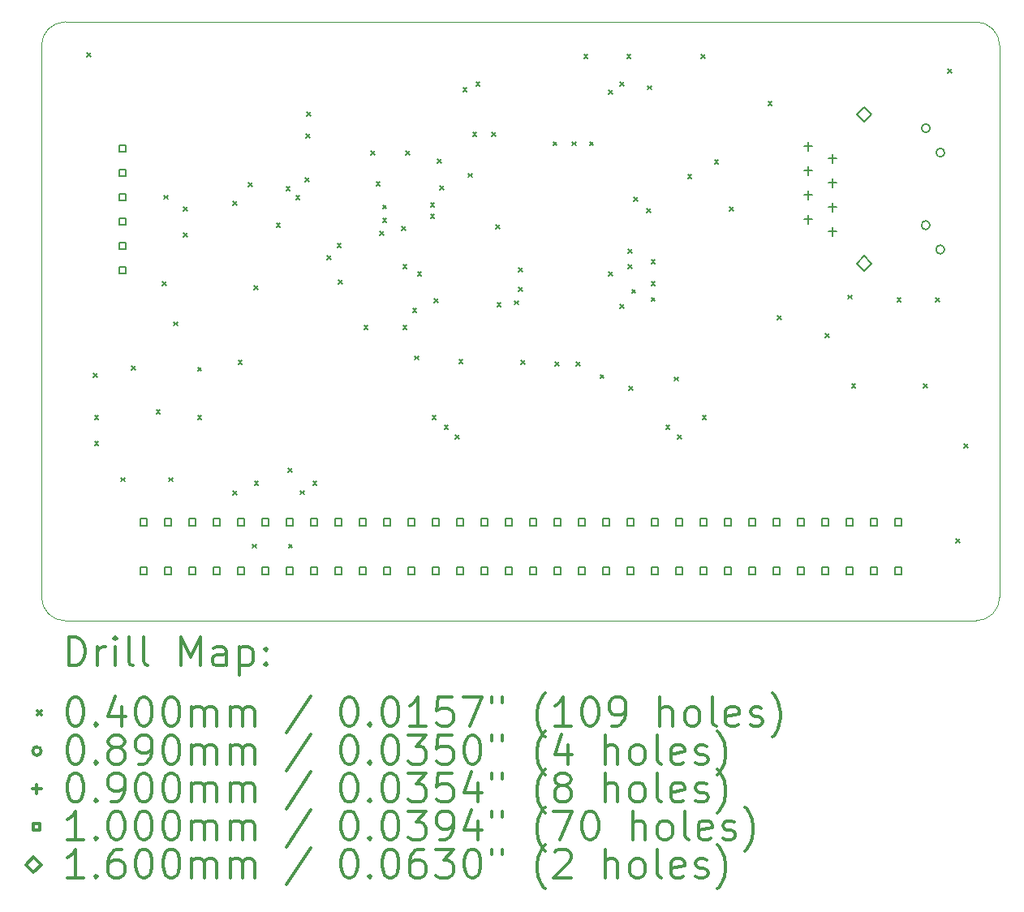
<source format=gbr>
%FSLAX45Y45*%
G04 Gerber Fmt 4.5, Leading zero omitted, Abs format (unit mm)*
G04 Created by KiCad (PCBNEW (5.1.10)-1) date 2021-07-30 10:28:12*
%MOMM*%
%LPD*%
G01*
G04 APERTURE LIST*
%TA.AperFunction,Profile*%
%ADD10C,0.050000*%
%TD*%
%ADD11C,0.200000*%
%ADD12C,0.300000*%
G04 APERTURE END LIST*
D10*
X10000000Y-9000000D02*
G75*
G02*
X10250000Y-8750000I250000J0D01*
G01*
X19750000Y-8750000D02*
G75*
G02*
X20000000Y-9000000I0J-250000D01*
G01*
X20000000Y-14750000D02*
G75*
G02*
X19750000Y-15000000I-250000J0D01*
G01*
X10250000Y-15000000D02*
G75*
G02*
X10000000Y-14750000I0J250000D01*
G01*
X10000000Y-9000000D02*
X10000000Y-14750000D01*
X19750000Y-8750000D02*
X10250000Y-8750000D01*
X20000000Y-14750000D02*
X20000000Y-9000000D01*
X19750000Y-15000000D02*
X10250000Y-15000000D01*
D11*
X10476550Y-9073200D02*
X10516550Y-9113200D01*
X10516550Y-9073200D02*
X10476550Y-9113200D01*
X10540000Y-12420000D02*
X10580000Y-12460000D01*
X10580000Y-12420000D02*
X10540000Y-12460000D01*
X10555000Y-12855000D02*
X10595000Y-12895000D01*
X10595000Y-12855000D02*
X10555000Y-12895000D01*
X10555000Y-13130000D02*
X10595000Y-13170000D01*
X10595000Y-13130000D02*
X10555000Y-13170000D01*
X10830000Y-13505000D02*
X10870000Y-13545000D01*
X10870000Y-13505000D02*
X10830000Y-13545000D01*
X10940000Y-12340000D02*
X10980000Y-12380000D01*
X10980000Y-12340000D02*
X10940000Y-12380000D01*
X11200000Y-12800000D02*
X11240000Y-12840000D01*
X11240000Y-12800000D02*
X11200000Y-12840000D01*
X11260000Y-11460000D02*
X11300000Y-11500000D01*
X11300000Y-11460000D02*
X11260000Y-11500000D01*
X11280000Y-10560000D02*
X11320000Y-10600000D01*
X11320000Y-10560000D02*
X11280000Y-10600000D01*
X11330000Y-13505000D02*
X11370000Y-13545000D01*
X11370000Y-13505000D02*
X11330000Y-13545000D01*
X11380000Y-11880000D02*
X11420000Y-11920000D01*
X11420000Y-11880000D02*
X11380000Y-11920000D01*
X11480000Y-10680000D02*
X11520000Y-10720000D01*
X11520000Y-10680000D02*
X11480000Y-10720000D01*
X11480000Y-10955000D02*
X11520000Y-10995000D01*
X11520000Y-10955000D02*
X11480000Y-10995000D01*
X11630000Y-12355000D02*
X11670000Y-12395000D01*
X11670000Y-12355000D02*
X11630000Y-12395000D01*
X11630000Y-12855000D02*
X11670000Y-12895000D01*
X11670000Y-12855000D02*
X11630000Y-12895000D01*
X11999999Y-13645200D02*
X12039999Y-13685200D01*
X12039999Y-13645200D02*
X11999999Y-13685200D01*
X12000000Y-10620000D02*
X12040000Y-10660000D01*
X12040000Y-10620000D02*
X12000000Y-10660000D01*
X12055000Y-12280000D02*
X12095000Y-12320000D01*
X12095000Y-12280000D02*
X12055000Y-12320000D01*
X12159300Y-10425750D02*
X12199300Y-10465750D01*
X12199300Y-10425750D02*
X12159300Y-10465750D01*
X12200000Y-14200000D02*
X12240000Y-14240000D01*
X12240000Y-14200000D02*
X12200000Y-14240000D01*
X12220000Y-11500000D02*
X12260000Y-11540000D01*
X12260000Y-11500000D02*
X12220000Y-11540000D01*
X12222800Y-13543600D02*
X12262800Y-13583600D01*
X12262800Y-13543600D02*
X12222800Y-13583600D01*
X12451400Y-10851200D02*
X12491400Y-10891200D01*
X12491400Y-10851200D02*
X12451400Y-10891200D01*
X12553000Y-10470200D02*
X12593000Y-10510200D01*
X12593000Y-10470200D02*
X12553000Y-10510200D01*
X12572800Y-13411000D02*
X12612800Y-13451000D01*
X12612800Y-13411000D02*
X12572800Y-13451000D01*
X12580000Y-14200000D02*
X12620000Y-14240000D01*
X12620000Y-14200000D02*
X12580000Y-14240000D01*
X12654600Y-10565450D02*
X12694600Y-10605450D01*
X12694600Y-10565450D02*
X12654600Y-10605450D01*
X12700000Y-13639800D02*
X12740000Y-13679800D01*
X12740000Y-13639800D02*
X12700000Y-13679800D01*
X12749850Y-10374950D02*
X12789850Y-10414950D01*
X12789850Y-10374950D02*
X12749850Y-10414950D01*
X12760000Y-9920000D02*
X12800000Y-9960000D01*
X12800000Y-9920000D02*
X12760000Y-9960000D01*
X12768900Y-9689150D02*
X12808900Y-9729150D01*
X12808900Y-9689150D02*
X12768900Y-9729150D01*
X12832400Y-13543600D02*
X12872400Y-13583600D01*
X12872400Y-13543600D02*
X12832400Y-13583600D01*
X12978450Y-11187750D02*
X13018450Y-11227750D01*
X13018450Y-11187750D02*
X12978450Y-11227750D01*
X13086400Y-11060750D02*
X13126400Y-11100750D01*
X13126400Y-11060750D02*
X13086400Y-11100750D01*
X13099100Y-11441750D02*
X13139100Y-11481750D01*
X13139100Y-11441750D02*
X13099100Y-11481750D01*
X13365800Y-11918000D02*
X13405800Y-11958000D01*
X13405800Y-11918000D02*
X13365800Y-11958000D01*
X13440000Y-10100000D02*
X13480000Y-10140000D01*
X13480000Y-10100000D02*
X13440000Y-10140000D01*
X13492800Y-10419400D02*
X13532800Y-10459400D01*
X13532800Y-10419400D02*
X13492800Y-10459400D01*
X13530050Y-10932900D02*
X13570050Y-10972900D01*
X13570050Y-10932900D02*
X13530050Y-10972900D01*
X13560000Y-10660000D02*
X13600000Y-10700000D01*
X13600000Y-10660000D02*
X13560000Y-10700000D01*
X13560000Y-10800000D02*
X13600000Y-10840000D01*
X13600000Y-10800000D02*
X13560000Y-10840000D01*
X13759500Y-10882950D02*
X13799500Y-10922950D01*
X13799500Y-10882950D02*
X13759500Y-10922950D01*
X13772200Y-11283000D02*
X13812200Y-11323000D01*
X13812200Y-11283000D02*
X13772200Y-11323000D01*
X13772200Y-11918000D02*
X13812200Y-11958000D01*
X13812200Y-11918000D02*
X13772200Y-11958000D01*
X13800000Y-10100000D02*
X13840000Y-10140000D01*
X13840000Y-10100000D02*
X13800000Y-10140000D01*
X13873800Y-11740200D02*
X13913800Y-11780200D01*
X13913800Y-11740200D02*
X13873800Y-11780200D01*
X13892850Y-12235500D02*
X13932850Y-12275500D01*
X13932850Y-12235500D02*
X13892850Y-12275500D01*
X13924600Y-11359200D02*
X13964600Y-11399200D01*
X13964600Y-11359200D02*
X13924600Y-11399200D01*
X14060000Y-10640000D02*
X14100000Y-10680000D01*
X14100000Y-10640000D02*
X14060000Y-10680000D01*
X14060000Y-10760000D02*
X14100000Y-10800000D01*
X14100000Y-10760000D02*
X14060000Y-10800000D01*
X14077000Y-12857800D02*
X14117000Y-12897800D01*
X14117000Y-12857800D02*
X14077000Y-12897800D01*
X14100000Y-11640000D02*
X14140000Y-11680000D01*
X14140000Y-11640000D02*
X14100000Y-11680000D01*
X14130000Y-10180000D02*
X14170000Y-10220000D01*
X14170000Y-10180000D02*
X14130000Y-10220000D01*
X14160000Y-10460000D02*
X14200000Y-10500000D01*
X14200000Y-10460000D02*
X14160000Y-10500000D01*
X14204000Y-12959400D02*
X14244000Y-12999400D01*
X14244000Y-12959400D02*
X14204000Y-12999400D01*
X14320000Y-13060000D02*
X14360000Y-13100000D01*
X14360000Y-13060000D02*
X14320000Y-13100000D01*
X14356400Y-12273600D02*
X14396400Y-12313600D01*
X14396400Y-12273600D02*
X14356400Y-12313600D01*
X14399350Y-9440000D02*
X14439350Y-9480000D01*
X14439350Y-9440000D02*
X14399350Y-9480000D01*
X14455000Y-10330000D02*
X14495000Y-10370000D01*
X14495000Y-10330000D02*
X14455000Y-10370000D01*
X14500000Y-9900000D02*
X14540000Y-9940000D01*
X14540000Y-9900000D02*
X14500000Y-9940000D01*
X14534200Y-9378000D02*
X14574200Y-9418000D01*
X14574200Y-9378000D02*
X14534200Y-9418000D01*
X14700000Y-9900000D02*
X14740000Y-9940000D01*
X14740000Y-9900000D02*
X14700000Y-9940000D01*
X14743750Y-10870250D02*
X14783750Y-10910250D01*
X14783750Y-10870250D02*
X14743750Y-10910250D01*
X14755000Y-11680000D02*
X14795000Y-11720000D01*
X14795000Y-11680000D02*
X14755000Y-11720000D01*
X14940000Y-11660000D02*
X14980000Y-11700000D01*
X14980000Y-11660000D02*
X14940000Y-11700000D01*
X14978700Y-11314750D02*
X15018700Y-11354750D01*
X15018700Y-11314750D02*
X14978700Y-11354750D01*
X14980000Y-11520000D02*
X15020000Y-11560000D01*
X15020000Y-11520000D02*
X14980000Y-11560000D01*
X15005000Y-12280000D02*
X15045000Y-12320000D01*
X15045000Y-12280000D02*
X15005000Y-12320000D01*
X15340000Y-10000000D02*
X15380000Y-10040000D01*
X15380000Y-10000000D02*
X15340000Y-10040000D01*
X15360000Y-12300000D02*
X15400000Y-12340000D01*
X15400000Y-12300000D02*
X15360000Y-12340000D01*
X15540000Y-10000000D02*
X15580000Y-10040000D01*
X15580000Y-10000000D02*
X15540000Y-10040000D01*
X15580000Y-12300000D02*
X15620000Y-12340000D01*
X15620000Y-12300000D02*
X15580000Y-12340000D01*
X15660000Y-9090000D02*
X15700000Y-9130000D01*
X15700000Y-9090000D02*
X15660000Y-9130000D01*
X15720000Y-10000000D02*
X15760000Y-10040000D01*
X15760000Y-10000000D02*
X15720000Y-10040000D01*
X15830000Y-12430000D02*
X15870000Y-12470000D01*
X15870000Y-12430000D02*
X15830000Y-12470000D01*
X15920000Y-9460000D02*
X15960000Y-9500000D01*
X15960000Y-9460000D02*
X15920000Y-9500000D01*
X15920000Y-11359999D02*
X15960000Y-11399999D01*
X15960000Y-11359999D02*
X15920000Y-11399999D01*
X16040000Y-9380000D02*
X16080000Y-9420000D01*
X16080000Y-9380000D02*
X16040000Y-9420000D01*
X16040000Y-11700000D02*
X16080000Y-11740000D01*
X16080000Y-11700000D02*
X16040000Y-11740000D01*
X16110000Y-9090000D02*
X16150000Y-9130000D01*
X16150000Y-9090000D02*
X16110000Y-9130000D01*
X16120000Y-11120000D02*
X16160000Y-11160000D01*
X16160000Y-11120000D02*
X16120000Y-11160000D01*
X16120000Y-11280000D02*
X16160000Y-11320000D01*
X16160000Y-11280000D02*
X16120000Y-11320000D01*
X16130000Y-12555000D02*
X16170000Y-12595000D01*
X16170000Y-12555000D02*
X16130000Y-12595000D01*
X16160000Y-11540000D02*
X16200000Y-11580000D01*
X16200000Y-11540000D02*
X16160000Y-11580000D01*
X16180000Y-10580000D02*
X16220000Y-10620000D01*
X16220000Y-10580000D02*
X16180000Y-10620000D01*
X16320000Y-10700000D02*
X16360000Y-10740000D01*
X16360000Y-10700000D02*
X16320000Y-10740000D01*
X16324900Y-9416100D02*
X16364900Y-9456100D01*
X16364900Y-9416100D02*
X16324900Y-9456100D01*
X16363000Y-11232200D02*
X16403000Y-11272200D01*
X16403000Y-11232200D02*
X16363000Y-11272200D01*
X16363000Y-11460800D02*
X16403000Y-11500800D01*
X16403000Y-11460800D02*
X16363000Y-11500800D01*
X16363000Y-11625900D02*
X16403000Y-11665900D01*
X16403000Y-11625900D02*
X16363000Y-11665900D01*
X16515400Y-12959399D02*
X16555400Y-12999399D01*
X16555400Y-12959399D02*
X16515400Y-12999399D01*
X16605000Y-12455000D02*
X16645000Y-12495000D01*
X16645000Y-12455000D02*
X16605000Y-12495000D01*
X16640000Y-13060000D02*
X16680000Y-13100000D01*
X16680000Y-13060000D02*
X16640000Y-13100000D01*
X16744000Y-10343200D02*
X16784000Y-10383200D01*
X16784000Y-10343200D02*
X16744000Y-10383200D01*
X16885000Y-9090000D02*
X16925000Y-9130000D01*
X16925000Y-9090000D02*
X16885000Y-9130000D01*
X16896391Y-12857800D02*
X16936391Y-12897800D01*
X16936391Y-12857800D02*
X16896391Y-12897800D01*
X17023400Y-10190800D02*
X17063400Y-10230800D01*
X17063400Y-10190800D02*
X17023400Y-10230800D01*
X17180000Y-10680000D02*
X17220000Y-10720000D01*
X17220000Y-10680000D02*
X17180000Y-10720000D01*
X17582200Y-9581200D02*
X17622200Y-9621200D01*
X17622200Y-9581200D02*
X17582200Y-9621200D01*
X17683200Y-11816400D02*
X17723200Y-11856400D01*
X17723200Y-11816400D02*
X17683200Y-11856400D01*
X18180000Y-12000000D02*
X18220000Y-12040000D01*
X18220000Y-12000000D02*
X18180000Y-12040000D01*
X18419800Y-11599800D02*
X18459800Y-11639800D01*
X18459800Y-11599800D02*
X18419800Y-11639800D01*
X18455000Y-12530000D02*
X18495000Y-12570000D01*
X18495000Y-12530000D02*
X18455000Y-12570000D01*
X18930000Y-11630000D02*
X18970000Y-11670000D01*
X18970000Y-11630000D02*
X18930000Y-11670000D01*
X19205000Y-12530000D02*
X19245000Y-12570000D01*
X19245000Y-12530000D02*
X19205000Y-12570000D01*
X19330000Y-11630000D02*
X19370000Y-11670000D01*
X19370000Y-11630000D02*
X19330000Y-11670000D01*
X19460000Y-9240000D02*
X19500000Y-9280000D01*
X19500000Y-9240000D02*
X19460000Y-9280000D01*
X19544350Y-14146850D02*
X19584350Y-14186850D01*
X19584350Y-14146850D02*
X19544350Y-14186850D01*
X19630000Y-13155000D02*
X19670000Y-13195000D01*
X19670000Y-13155000D02*
X19630000Y-13195000D01*
X19272300Y-9860200D02*
G75*
G03*
X19272300Y-9860200I-44500J0D01*
G01*
X19272300Y-10871200D02*
G75*
G03*
X19272300Y-10871200I-44500J0D01*
G01*
X19424300Y-10114200D02*
G75*
G03*
X19424300Y-10114200I-44500J0D01*
G01*
X19424300Y-11125200D02*
G75*
G03*
X19424300Y-11125200I-44500J0D01*
G01*
X18001800Y-10003200D02*
X18001800Y-10093200D01*
X17956800Y-10048200D02*
X18046800Y-10048200D01*
X18001800Y-10257200D02*
X18001800Y-10347200D01*
X17956800Y-10302200D02*
X18046800Y-10302200D01*
X18001800Y-10511200D02*
X18001800Y-10601200D01*
X17956800Y-10556200D02*
X18046800Y-10556200D01*
X18001800Y-10765200D02*
X18001800Y-10855200D01*
X17956800Y-10810200D02*
X18046800Y-10810200D01*
X18255800Y-10130200D02*
X18255800Y-10220200D01*
X18210800Y-10175200D02*
X18300800Y-10175200D01*
X18255800Y-10384200D02*
X18255800Y-10474200D01*
X18210800Y-10429200D02*
X18300800Y-10429200D01*
X18255800Y-10638200D02*
X18255800Y-10728200D01*
X18210800Y-10683200D02*
X18300800Y-10683200D01*
X18255800Y-10892200D02*
X18255800Y-10982200D01*
X18210800Y-10937200D02*
X18300800Y-10937200D01*
X10881156Y-10106456D02*
X10881156Y-10035744D01*
X10810444Y-10035744D01*
X10810444Y-10106456D01*
X10881156Y-10106456D01*
X10881156Y-10360456D02*
X10881156Y-10289744D01*
X10810444Y-10289744D01*
X10810444Y-10360456D01*
X10881156Y-10360456D01*
X10881156Y-10614456D02*
X10881156Y-10543744D01*
X10810444Y-10543744D01*
X10810444Y-10614456D01*
X10881156Y-10614456D01*
X10881156Y-10868456D02*
X10881156Y-10797744D01*
X10810444Y-10797744D01*
X10810444Y-10868456D01*
X10881156Y-10868456D01*
X10881156Y-11122456D02*
X10881156Y-11051744D01*
X10810444Y-11051744D01*
X10810444Y-11122456D01*
X10881156Y-11122456D01*
X10881156Y-11376456D02*
X10881156Y-11305744D01*
X10810444Y-11305744D01*
X10810444Y-11376456D01*
X10881156Y-11376456D01*
X11104156Y-14006156D02*
X11104156Y-13935444D01*
X11033444Y-13935444D01*
X11033444Y-14006156D01*
X11104156Y-14006156D01*
X11104156Y-14514156D02*
X11104156Y-14443444D01*
X11033444Y-14443444D01*
X11033444Y-14514156D01*
X11104156Y-14514156D01*
X11358156Y-14006156D02*
X11358156Y-13935444D01*
X11287444Y-13935444D01*
X11287444Y-14006156D01*
X11358156Y-14006156D01*
X11358156Y-14514156D02*
X11358156Y-14443444D01*
X11287444Y-14443444D01*
X11287444Y-14514156D01*
X11358156Y-14514156D01*
X11612156Y-14006156D02*
X11612156Y-13935444D01*
X11541444Y-13935444D01*
X11541444Y-14006156D01*
X11612156Y-14006156D01*
X11612156Y-14514156D02*
X11612156Y-14443444D01*
X11541444Y-14443444D01*
X11541444Y-14514156D01*
X11612156Y-14514156D01*
X11866156Y-14006156D02*
X11866156Y-13935444D01*
X11795444Y-13935444D01*
X11795444Y-14006156D01*
X11866156Y-14006156D01*
X11866156Y-14514156D02*
X11866156Y-14443444D01*
X11795444Y-14443444D01*
X11795444Y-14514156D01*
X11866156Y-14514156D01*
X12120156Y-14006156D02*
X12120156Y-13935444D01*
X12049444Y-13935444D01*
X12049444Y-14006156D01*
X12120156Y-14006156D01*
X12120156Y-14514156D02*
X12120156Y-14443444D01*
X12049444Y-14443444D01*
X12049444Y-14514156D01*
X12120156Y-14514156D01*
X12374156Y-14006156D02*
X12374156Y-13935444D01*
X12303444Y-13935444D01*
X12303444Y-14006156D01*
X12374156Y-14006156D01*
X12374156Y-14514156D02*
X12374156Y-14443444D01*
X12303444Y-14443444D01*
X12303444Y-14514156D01*
X12374156Y-14514156D01*
X12628156Y-14006156D02*
X12628156Y-13935444D01*
X12557444Y-13935444D01*
X12557444Y-14006156D01*
X12628156Y-14006156D01*
X12628156Y-14514156D02*
X12628156Y-14443444D01*
X12557444Y-14443444D01*
X12557444Y-14514156D01*
X12628156Y-14514156D01*
X12882156Y-14006156D02*
X12882156Y-13935444D01*
X12811444Y-13935444D01*
X12811444Y-14006156D01*
X12882156Y-14006156D01*
X12882156Y-14514156D02*
X12882156Y-14443444D01*
X12811444Y-14443444D01*
X12811444Y-14514156D01*
X12882156Y-14514156D01*
X13136156Y-14006156D02*
X13136156Y-13935444D01*
X13065444Y-13935444D01*
X13065444Y-14006156D01*
X13136156Y-14006156D01*
X13136156Y-14514156D02*
X13136156Y-14443444D01*
X13065444Y-14443444D01*
X13065444Y-14514156D01*
X13136156Y-14514156D01*
X13390156Y-14006156D02*
X13390156Y-13935444D01*
X13319444Y-13935444D01*
X13319444Y-14006156D01*
X13390156Y-14006156D01*
X13390156Y-14514156D02*
X13390156Y-14443444D01*
X13319444Y-14443444D01*
X13319444Y-14514156D01*
X13390156Y-14514156D01*
X13644156Y-14006156D02*
X13644156Y-13935444D01*
X13573444Y-13935444D01*
X13573444Y-14006156D01*
X13644156Y-14006156D01*
X13644156Y-14514156D02*
X13644156Y-14443444D01*
X13573444Y-14443444D01*
X13573444Y-14514156D01*
X13644156Y-14514156D01*
X13898156Y-14006156D02*
X13898156Y-13935444D01*
X13827444Y-13935444D01*
X13827444Y-14006156D01*
X13898156Y-14006156D01*
X13898156Y-14514156D02*
X13898156Y-14443444D01*
X13827444Y-14443444D01*
X13827444Y-14514156D01*
X13898156Y-14514156D01*
X14152156Y-14006156D02*
X14152156Y-13935444D01*
X14081444Y-13935444D01*
X14081444Y-14006156D01*
X14152156Y-14006156D01*
X14152156Y-14514156D02*
X14152156Y-14443444D01*
X14081444Y-14443444D01*
X14081444Y-14514156D01*
X14152156Y-14514156D01*
X14406156Y-14006156D02*
X14406156Y-13935444D01*
X14335444Y-13935444D01*
X14335444Y-14006156D01*
X14406156Y-14006156D01*
X14406156Y-14514156D02*
X14406156Y-14443444D01*
X14335444Y-14443444D01*
X14335444Y-14514156D01*
X14406156Y-14514156D01*
X14660156Y-14006156D02*
X14660156Y-13935444D01*
X14589444Y-13935444D01*
X14589444Y-14006156D01*
X14660156Y-14006156D01*
X14660156Y-14514156D02*
X14660156Y-14443444D01*
X14589444Y-14443444D01*
X14589444Y-14514156D01*
X14660156Y-14514156D01*
X14914156Y-14006156D02*
X14914156Y-13935444D01*
X14843444Y-13935444D01*
X14843444Y-14006156D01*
X14914156Y-14006156D01*
X14914156Y-14514156D02*
X14914156Y-14443444D01*
X14843444Y-14443444D01*
X14843444Y-14514156D01*
X14914156Y-14514156D01*
X15168156Y-14006156D02*
X15168156Y-13935444D01*
X15097444Y-13935444D01*
X15097444Y-14006156D01*
X15168156Y-14006156D01*
X15168156Y-14514156D02*
X15168156Y-14443444D01*
X15097444Y-14443444D01*
X15097444Y-14514156D01*
X15168156Y-14514156D01*
X15422156Y-14006156D02*
X15422156Y-13935444D01*
X15351444Y-13935444D01*
X15351444Y-14006156D01*
X15422156Y-14006156D01*
X15422156Y-14514156D02*
X15422156Y-14443444D01*
X15351444Y-14443444D01*
X15351444Y-14514156D01*
X15422156Y-14514156D01*
X15676156Y-14006156D02*
X15676156Y-13935444D01*
X15605444Y-13935444D01*
X15605444Y-14006156D01*
X15676156Y-14006156D01*
X15676156Y-14514156D02*
X15676156Y-14443444D01*
X15605444Y-14443444D01*
X15605444Y-14514156D01*
X15676156Y-14514156D01*
X15930156Y-14006156D02*
X15930156Y-13935444D01*
X15859444Y-13935444D01*
X15859444Y-14006156D01*
X15930156Y-14006156D01*
X15930156Y-14514156D02*
X15930156Y-14443444D01*
X15859444Y-14443444D01*
X15859444Y-14514156D01*
X15930156Y-14514156D01*
X16184156Y-14006156D02*
X16184156Y-13935444D01*
X16113444Y-13935444D01*
X16113444Y-14006156D01*
X16184156Y-14006156D01*
X16184156Y-14514156D02*
X16184156Y-14443444D01*
X16113444Y-14443444D01*
X16113444Y-14514156D01*
X16184156Y-14514156D01*
X16438156Y-14006156D02*
X16438156Y-13935444D01*
X16367444Y-13935444D01*
X16367444Y-14006156D01*
X16438156Y-14006156D01*
X16438156Y-14514156D02*
X16438156Y-14443444D01*
X16367444Y-14443444D01*
X16367444Y-14514156D01*
X16438156Y-14514156D01*
X16692156Y-14006156D02*
X16692156Y-13935444D01*
X16621444Y-13935444D01*
X16621444Y-14006156D01*
X16692156Y-14006156D01*
X16692156Y-14514156D02*
X16692156Y-14443444D01*
X16621444Y-14443444D01*
X16621444Y-14514156D01*
X16692156Y-14514156D01*
X16946156Y-14006156D02*
X16946156Y-13935444D01*
X16875444Y-13935444D01*
X16875444Y-14006156D01*
X16946156Y-14006156D01*
X16946156Y-14514156D02*
X16946156Y-14443444D01*
X16875444Y-14443444D01*
X16875444Y-14514156D01*
X16946156Y-14514156D01*
X17200156Y-14006156D02*
X17200156Y-13935444D01*
X17129444Y-13935444D01*
X17129444Y-14006156D01*
X17200156Y-14006156D01*
X17200156Y-14514156D02*
X17200156Y-14443444D01*
X17129444Y-14443444D01*
X17129444Y-14514156D01*
X17200156Y-14514156D01*
X17454156Y-14006156D02*
X17454156Y-13935444D01*
X17383444Y-13935444D01*
X17383444Y-14006156D01*
X17454156Y-14006156D01*
X17454156Y-14514156D02*
X17454156Y-14443444D01*
X17383444Y-14443444D01*
X17383444Y-14514156D01*
X17454156Y-14514156D01*
X17708156Y-14006156D02*
X17708156Y-13935444D01*
X17637444Y-13935444D01*
X17637444Y-14006156D01*
X17708156Y-14006156D01*
X17708156Y-14514156D02*
X17708156Y-14443444D01*
X17637444Y-14443444D01*
X17637444Y-14514156D01*
X17708156Y-14514156D01*
X17962156Y-14006156D02*
X17962156Y-13935444D01*
X17891444Y-13935444D01*
X17891444Y-14006156D01*
X17962156Y-14006156D01*
X17962156Y-14514156D02*
X17962156Y-14443444D01*
X17891444Y-14443444D01*
X17891444Y-14514156D01*
X17962156Y-14514156D01*
X18216156Y-14006156D02*
X18216156Y-13935444D01*
X18145444Y-13935444D01*
X18145444Y-14006156D01*
X18216156Y-14006156D01*
X18216156Y-14514156D02*
X18216156Y-14443444D01*
X18145444Y-14443444D01*
X18145444Y-14514156D01*
X18216156Y-14514156D01*
X18470156Y-14006156D02*
X18470156Y-13935444D01*
X18399444Y-13935444D01*
X18399444Y-14006156D01*
X18470156Y-14006156D01*
X18470156Y-14514156D02*
X18470156Y-14443444D01*
X18399444Y-14443444D01*
X18399444Y-14514156D01*
X18470156Y-14514156D01*
X18724156Y-14006156D02*
X18724156Y-13935444D01*
X18653444Y-13935444D01*
X18653444Y-14006156D01*
X18724156Y-14006156D01*
X18724156Y-14514156D02*
X18724156Y-14443444D01*
X18653444Y-14443444D01*
X18653444Y-14514156D01*
X18724156Y-14514156D01*
X18978156Y-14006156D02*
X18978156Y-13935444D01*
X18907444Y-13935444D01*
X18907444Y-14006156D01*
X18978156Y-14006156D01*
X18978156Y-14514156D02*
X18978156Y-14443444D01*
X18907444Y-14443444D01*
X18907444Y-14514156D01*
X18978156Y-14514156D01*
X18584800Y-9795200D02*
X18664800Y-9715200D01*
X18584800Y-9635200D01*
X18504800Y-9715200D01*
X18584800Y-9795200D01*
X18584800Y-11350200D02*
X18664800Y-11270200D01*
X18584800Y-11190200D01*
X18504800Y-11270200D01*
X18584800Y-11350200D01*
D12*
X10283928Y-15468214D02*
X10283928Y-15168214D01*
X10355357Y-15168214D01*
X10398214Y-15182500D01*
X10426786Y-15211071D01*
X10441071Y-15239643D01*
X10455357Y-15296786D01*
X10455357Y-15339643D01*
X10441071Y-15396786D01*
X10426786Y-15425357D01*
X10398214Y-15453929D01*
X10355357Y-15468214D01*
X10283928Y-15468214D01*
X10583928Y-15468214D02*
X10583928Y-15268214D01*
X10583928Y-15325357D02*
X10598214Y-15296786D01*
X10612500Y-15282500D01*
X10641071Y-15268214D01*
X10669643Y-15268214D01*
X10769643Y-15468214D02*
X10769643Y-15268214D01*
X10769643Y-15168214D02*
X10755357Y-15182500D01*
X10769643Y-15196786D01*
X10783928Y-15182500D01*
X10769643Y-15168214D01*
X10769643Y-15196786D01*
X10955357Y-15468214D02*
X10926786Y-15453929D01*
X10912500Y-15425357D01*
X10912500Y-15168214D01*
X11112500Y-15468214D02*
X11083928Y-15453929D01*
X11069643Y-15425357D01*
X11069643Y-15168214D01*
X11455357Y-15468214D02*
X11455357Y-15168214D01*
X11555357Y-15382500D01*
X11655357Y-15168214D01*
X11655357Y-15468214D01*
X11926786Y-15468214D02*
X11926786Y-15311071D01*
X11912500Y-15282500D01*
X11883928Y-15268214D01*
X11826786Y-15268214D01*
X11798214Y-15282500D01*
X11926786Y-15453929D02*
X11898214Y-15468214D01*
X11826786Y-15468214D01*
X11798214Y-15453929D01*
X11783928Y-15425357D01*
X11783928Y-15396786D01*
X11798214Y-15368214D01*
X11826786Y-15353929D01*
X11898214Y-15353929D01*
X11926786Y-15339643D01*
X12069643Y-15268214D02*
X12069643Y-15568214D01*
X12069643Y-15282500D02*
X12098214Y-15268214D01*
X12155357Y-15268214D01*
X12183928Y-15282500D01*
X12198214Y-15296786D01*
X12212500Y-15325357D01*
X12212500Y-15411071D01*
X12198214Y-15439643D01*
X12183928Y-15453929D01*
X12155357Y-15468214D01*
X12098214Y-15468214D01*
X12069643Y-15453929D01*
X12341071Y-15439643D02*
X12355357Y-15453929D01*
X12341071Y-15468214D01*
X12326786Y-15453929D01*
X12341071Y-15439643D01*
X12341071Y-15468214D01*
X12341071Y-15282500D02*
X12355357Y-15296786D01*
X12341071Y-15311071D01*
X12326786Y-15296786D01*
X12341071Y-15282500D01*
X12341071Y-15311071D01*
X9957500Y-15942500D02*
X9997500Y-15982500D01*
X9997500Y-15942500D02*
X9957500Y-15982500D01*
X10341071Y-15798214D02*
X10369643Y-15798214D01*
X10398214Y-15812500D01*
X10412500Y-15826786D01*
X10426786Y-15855357D01*
X10441071Y-15912500D01*
X10441071Y-15983929D01*
X10426786Y-16041071D01*
X10412500Y-16069643D01*
X10398214Y-16083929D01*
X10369643Y-16098214D01*
X10341071Y-16098214D01*
X10312500Y-16083929D01*
X10298214Y-16069643D01*
X10283928Y-16041071D01*
X10269643Y-15983929D01*
X10269643Y-15912500D01*
X10283928Y-15855357D01*
X10298214Y-15826786D01*
X10312500Y-15812500D01*
X10341071Y-15798214D01*
X10569643Y-16069643D02*
X10583928Y-16083929D01*
X10569643Y-16098214D01*
X10555357Y-16083929D01*
X10569643Y-16069643D01*
X10569643Y-16098214D01*
X10841071Y-15898214D02*
X10841071Y-16098214D01*
X10769643Y-15783929D02*
X10698214Y-15998214D01*
X10883928Y-15998214D01*
X11055357Y-15798214D02*
X11083928Y-15798214D01*
X11112500Y-15812500D01*
X11126786Y-15826786D01*
X11141071Y-15855357D01*
X11155357Y-15912500D01*
X11155357Y-15983929D01*
X11141071Y-16041071D01*
X11126786Y-16069643D01*
X11112500Y-16083929D01*
X11083928Y-16098214D01*
X11055357Y-16098214D01*
X11026786Y-16083929D01*
X11012500Y-16069643D01*
X10998214Y-16041071D01*
X10983928Y-15983929D01*
X10983928Y-15912500D01*
X10998214Y-15855357D01*
X11012500Y-15826786D01*
X11026786Y-15812500D01*
X11055357Y-15798214D01*
X11341071Y-15798214D02*
X11369643Y-15798214D01*
X11398214Y-15812500D01*
X11412500Y-15826786D01*
X11426786Y-15855357D01*
X11441071Y-15912500D01*
X11441071Y-15983929D01*
X11426786Y-16041071D01*
X11412500Y-16069643D01*
X11398214Y-16083929D01*
X11369643Y-16098214D01*
X11341071Y-16098214D01*
X11312500Y-16083929D01*
X11298214Y-16069643D01*
X11283928Y-16041071D01*
X11269643Y-15983929D01*
X11269643Y-15912500D01*
X11283928Y-15855357D01*
X11298214Y-15826786D01*
X11312500Y-15812500D01*
X11341071Y-15798214D01*
X11569643Y-16098214D02*
X11569643Y-15898214D01*
X11569643Y-15926786D02*
X11583928Y-15912500D01*
X11612500Y-15898214D01*
X11655357Y-15898214D01*
X11683928Y-15912500D01*
X11698214Y-15941071D01*
X11698214Y-16098214D01*
X11698214Y-15941071D02*
X11712500Y-15912500D01*
X11741071Y-15898214D01*
X11783928Y-15898214D01*
X11812500Y-15912500D01*
X11826786Y-15941071D01*
X11826786Y-16098214D01*
X11969643Y-16098214D02*
X11969643Y-15898214D01*
X11969643Y-15926786D02*
X11983928Y-15912500D01*
X12012500Y-15898214D01*
X12055357Y-15898214D01*
X12083928Y-15912500D01*
X12098214Y-15941071D01*
X12098214Y-16098214D01*
X12098214Y-15941071D02*
X12112500Y-15912500D01*
X12141071Y-15898214D01*
X12183928Y-15898214D01*
X12212500Y-15912500D01*
X12226786Y-15941071D01*
X12226786Y-16098214D01*
X12812500Y-15783929D02*
X12555357Y-16169643D01*
X13198214Y-15798214D02*
X13226786Y-15798214D01*
X13255357Y-15812500D01*
X13269643Y-15826786D01*
X13283928Y-15855357D01*
X13298214Y-15912500D01*
X13298214Y-15983929D01*
X13283928Y-16041071D01*
X13269643Y-16069643D01*
X13255357Y-16083929D01*
X13226786Y-16098214D01*
X13198214Y-16098214D01*
X13169643Y-16083929D01*
X13155357Y-16069643D01*
X13141071Y-16041071D01*
X13126786Y-15983929D01*
X13126786Y-15912500D01*
X13141071Y-15855357D01*
X13155357Y-15826786D01*
X13169643Y-15812500D01*
X13198214Y-15798214D01*
X13426786Y-16069643D02*
X13441071Y-16083929D01*
X13426786Y-16098214D01*
X13412500Y-16083929D01*
X13426786Y-16069643D01*
X13426786Y-16098214D01*
X13626786Y-15798214D02*
X13655357Y-15798214D01*
X13683928Y-15812500D01*
X13698214Y-15826786D01*
X13712500Y-15855357D01*
X13726786Y-15912500D01*
X13726786Y-15983929D01*
X13712500Y-16041071D01*
X13698214Y-16069643D01*
X13683928Y-16083929D01*
X13655357Y-16098214D01*
X13626786Y-16098214D01*
X13598214Y-16083929D01*
X13583928Y-16069643D01*
X13569643Y-16041071D01*
X13555357Y-15983929D01*
X13555357Y-15912500D01*
X13569643Y-15855357D01*
X13583928Y-15826786D01*
X13598214Y-15812500D01*
X13626786Y-15798214D01*
X14012500Y-16098214D02*
X13841071Y-16098214D01*
X13926786Y-16098214D02*
X13926786Y-15798214D01*
X13898214Y-15841071D01*
X13869643Y-15869643D01*
X13841071Y-15883929D01*
X14283928Y-15798214D02*
X14141071Y-15798214D01*
X14126786Y-15941071D01*
X14141071Y-15926786D01*
X14169643Y-15912500D01*
X14241071Y-15912500D01*
X14269643Y-15926786D01*
X14283928Y-15941071D01*
X14298214Y-15969643D01*
X14298214Y-16041071D01*
X14283928Y-16069643D01*
X14269643Y-16083929D01*
X14241071Y-16098214D01*
X14169643Y-16098214D01*
X14141071Y-16083929D01*
X14126786Y-16069643D01*
X14398214Y-15798214D02*
X14598214Y-15798214D01*
X14469643Y-16098214D01*
X14698214Y-15798214D02*
X14698214Y-15855357D01*
X14812500Y-15798214D02*
X14812500Y-15855357D01*
X15255357Y-16212500D02*
X15241071Y-16198214D01*
X15212500Y-16155357D01*
X15198214Y-16126786D01*
X15183928Y-16083929D01*
X15169643Y-16012500D01*
X15169643Y-15955357D01*
X15183928Y-15883929D01*
X15198214Y-15841071D01*
X15212500Y-15812500D01*
X15241071Y-15769643D01*
X15255357Y-15755357D01*
X15526786Y-16098214D02*
X15355357Y-16098214D01*
X15441071Y-16098214D02*
X15441071Y-15798214D01*
X15412500Y-15841071D01*
X15383928Y-15869643D01*
X15355357Y-15883929D01*
X15712500Y-15798214D02*
X15741071Y-15798214D01*
X15769643Y-15812500D01*
X15783928Y-15826786D01*
X15798214Y-15855357D01*
X15812500Y-15912500D01*
X15812500Y-15983929D01*
X15798214Y-16041071D01*
X15783928Y-16069643D01*
X15769643Y-16083929D01*
X15741071Y-16098214D01*
X15712500Y-16098214D01*
X15683928Y-16083929D01*
X15669643Y-16069643D01*
X15655357Y-16041071D01*
X15641071Y-15983929D01*
X15641071Y-15912500D01*
X15655357Y-15855357D01*
X15669643Y-15826786D01*
X15683928Y-15812500D01*
X15712500Y-15798214D01*
X15955357Y-16098214D02*
X16012500Y-16098214D01*
X16041071Y-16083929D01*
X16055357Y-16069643D01*
X16083928Y-16026786D01*
X16098214Y-15969643D01*
X16098214Y-15855357D01*
X16083928Y-15826786D01*
X16069643Y-15812500D01*
X16041071Y-15798214D01*
X15983928Y-15798214D01*
X15955357Y-15812500D01*
X15941071Y-15826786D01*
X15926786Y-15855357D01*
X15926786Y-15926786D01*
X15941071Y-15955357D01*
X15955357Y-15969643D01*
X15983928Y-15983929D01*
X16041071Y-15983929D01*
X16069643Y-15969643D01*
X16083928Y-15955357D01*
X16098214Y-15926786D01*
X16455357Y-16098214D02*
X16455357Y-15798214D01*
X16583928Y-16098214D02*
X16583928Y-15941071D01*
X16569643Y-15912500D01*
X16541071Y-15898214D01*
X16498214Y-15898214D01*
X16469643Y-15912500D01*
X16455357Y-15926786D01*
X16769643Y-16098214D02*
X16741071Y-16083929D01*
X16726786Y-16069643D01*
X16712500Y-16041071D01*
X16712500Y-15955357D01*
X16726786Y-15926786D01*
X16741071Y-15912500D01*
X16769643Y-15898214D01*
X16812500Y-15898214D01*
X16841071Y-15912500D01*
X16855357Y-15926786D01*
X16869643Y-15955357D01*
X16869643Y-16041071D01*
X16855357Y-16069643D01*
X16841071Y-16083929D01*
X16812500Y-16098214D01*
X16769643Y-16098214D01*
X17041071Y-16098214D02*
X17012500Y-16083929D01*
X16998214Y-16055357D01*
X16998214Y-15798214D01*
X17269643Y-16083929D02*
X17241071Y-16098214D01*
X17183928Y-16098214D01*
X17155357Y-16083929D01*
X17141071Y-16055357D01*
X17141071Y-15941071D01*
X17155357Y-15912500D01*
X17183928Y-15898214D01*
X17241071Y-15898214D01*
X17269643Y-15912500D01*
X17283928Y-15941071D01*
X17283928Y-15969643D01*
X17141071Y-15998214D01*
X17398214Y-16083929D02*
X17426786Y-16098214D01*
X17483928Y-16098214D01*
X17512500Y-16083929D01*
X17526786Y-16055357D01*
X17526786Y-16041071D01*
X17512500Y-16012500D01*
X17483928Y-15998214D01*
X17441071Y-15998214D01*
X17412500Y-15983929D01*
X17398214Y-15955357D01*
X17398214Y-15941071D01*
X17412500Y-15912500D01*
X17441071Y-15898214D01*
X17483928Y-15898214D01*
X17512500Y-15912500D01*
X17626786Y-16212500D02*
X17641071Y-16198214D01*
X17669643Y-16155357D01*
X17683928Y-16126786D01*
X17698214Y-16083929D01*
X17712500Y-16012500D01*
X17712500Y-15955357D01*
X17698214Y-15883929D01*
X17683928Y-15841071D01*
X17669643Y-15812500D01*
X17641071Y-15769643D01*
X17626786Y-15755357D01*
X9997500Y-16358500D02*
G75*
G03*
X9997500Y-16358500I-44500J0D01*
G01*
X10341071Y-16194214D02*
X10369643Y-16194214D01*
X10398214Y-16208500D01*
X10412500Y-16222786D01*
X10426786Y-16251357D01*
X10441071Y-16308500D01*
X10441071Y-16379929D01*
X10426786Y-16437071D01*
X10412500Y-16465643D01*
X10398214Y-16479929D01*
X10369643Y-16494214D01*
X10341071Y-16494214D01*
X10312500Y-16479929D01*
X10298214Y-16465643D01*
X10283928Y-16437071D01*
X10269643Y-16379929D01*
X10269643Y-16308500D01*
X10283928Y-16251357D01*
X10298214Y-16222786D01*
X10312500Y-16208500D01*
X10341071Y-16194214D01*
X10569643Y-16465643D02*
X10583928Y-16479929D01*
X10569643Y-16494214D01*
X10555357Y-16479929D01*
X10569643Y-16465643D01*
X10569643Y-16494214D01*
X10755357Y-16322786D02*
X10726786Y-16308500D01*
X10712500Y-16294214D01*
X10698214Y-16265643D01*
X10698214Y-16251357D01*
X10712500Y-16222786D01*
X10726786Y-16208500D01*
X10755357Y-16194214D01*
X10812500Y-16194214D01*
X10841071Y-16208500D01*
X10855357Y-16222786D01*
X10869643Y-16251357D01*
X10869643Y-16265643D01*
X10855357Y-16294214D01*
X10841071Y-16308500D01*
X10812500Y-16322786D01*
X10755357Y-16322786D01*
X10726786Y-16337071D01*
X10712500Y-16351357D01*
X10698214Y-16379929D01*
X10698214Y-16437071D01*
X10712500Y-16465643D01*
X10726786Y-16479929D01*
X10755357Y-16494214D01*
X10812500Y-16494214D01*
X10841071Y-16479929D01*
X10855357Y-16465643D01*
X10869643Y-16437071D01*
X10869643Y-16379929D01*
X10855357Y-16351357D01*
X10841071Y-16337071D01*
X10812500Y-16322786D01*
X11012500Y-16494214D02*
X11069643Y-16494214D01*
X11098214Y-16479929D01*
X11112500Y-16465643D01*
X11141071Y-16422786D01*
X11155357Y-16365643D01*
X11155357Y-16251357D01*
X11141071Y-16222786D01*
X11126786Y-16208500D01*
X11098214Y-16194214D01*
X11041071Y-16194214D01*
X11012500Y-16208500D01*
X10998214Y-16222786D01*
X10983928Y-16251357D01*
X10983928Y-16322786D01*
X10998214Y-16351357D01*
X11012500Y-16365643D01*
X11041071Y-16379929D01*
X11098214Y-16379929D01*
X11126786Y-16365643D01*
X11141071Y-16351357D01*
X11155357Y-16322786D01*
X11341071Y-16194214D02*
X11369643Y-16194214D01*
X11398214Y-16208500D01*
X11412500Y-16222786D01*
X11426786Y-16251357D01*
X11441071Y-16308500D01*
X11441071Y-16379929D01*
X11426786Y-16437071D01*
X11412500Y-16465643D01*
X11398214Y-16479929D01*
X11369643Y-16494214D01*
X11341071Y-16494214D01*
X11312500Y-16479929D01*
X11298214Y-16465643D01*
X11283928Y-16437071D01*
X11269643Y-16379929D01*
X11269643Y-16308500D01*
X11283928Y-16251357D01*
X11298214Y-16222786D01*
X11312500Y-16208500D01*
X11341071Y-16194214D01*
X11569643Y-16494214D02*
X11569643Y-16294214D01*
X11569643Y-16322786D02*
X11583928Y-16308500D01*
X11612500Y-16294214D01*
X11655357Y-16294214D01*
X11683928Y-16308500D01*
X11698214Y-16337071D01*
X11698214Y-16494214D01*
X11698214Y-16337071D02*
X11712500Y-16308500D01*
X11741071Y-16294214D01*
X11783928Y-16294214D01*
X11812500Y-16308500D01*
X11826786Y-16337071D01*
X11826786Y-16494214D01*
X11969643Y-16494214D02*
X11969643Y-16294214D01*
X11969643Y-16322786D02*
X11983928Y-16308500D01*
X12012500Y-16294214D01*
X12055357Y-16294214D01*
X12083928Y-16308500D01*
X12098214Y-16337071D01*
X12098214Y-16494214D01*
X12098214Y-16337071D02*
X12112500Y-16308500D01*
X12141071Y-16294214D01*
X12183928Y-16294214D01*
X12212500Y-16308500D01*
X12226786Y-16337071D01*
X12226786Y-16494214D01*
X12812500Y-16179929D02*
X12555357Y-16565643D01*
X13198214Y-16194214D02*
X13226786Y-16194214D01*
X13255357Y-16208500D01*
X13269643Y-16222786D01*
X13283928Y-16251357D01*
X13298214Y-16308500D01*
X13298214Y-16379929D01*
X13283928Y-16437071D01*
X13269643Y-16465643D01*
X13255357Y-16479929D01*
X13226786Y-16494214D01*
X13198214Y-16494214D01*
X13169643Y-16479929D01*
X13155357Y-16465643D01*
X13141071Y-16437071D01*
X13126786Y-16379929D01*
X13126786Y-16308500D01*
X13141071Y-16251357D01*
X13155357Y-16222786D01*
X13169643Y-16208500D01*
X13198214Y-16194214D01*
X13426786Y-16465643D02*
X13441071Y-16479929D01*
X13426786Y-16494214D01*
X13412500Y-16479929D01*
X13426786Y-16465643D01*
X13426786Y-16494214D01*
X13626786Y-16194214D02*
X13655357Y-16194214D01*
X13683928Y-16208500D01*
X13698214Y-16222786D01*
X13712500Y-16251357D01*
X13726786Y-16308500D01*
X13726786Y-16379929D01*
X13712500Y-16437071D01*
X13698214Y-16465643D01*
X13683928Y-16479929D01*
X13655357Y-16494214D01*
X13626786Y-16494214D01*
X13598214Y-16479929D01*
X13583928Y-16465643D01*
X13569643Y-16437071D01*
X13555357Y-16379929D01*
X13555357Y-16308500D01*
X13569643Y-16251357D01*
X13583928Y-16222786D01*
X13598214Y-16208500D01*
X13626786Y-16194214D01*
X13826786Y-16194214D02*
X14012500Y-16194214D01*
X13912500Y-16308500D01*
X13955357Y-16308500D01*
X13983928Y-16322786D01*
X13998214Y-16337071D01*
X14012500Y-16365643D01*
X14012500Y-16437071D01*
X13998214Y-16465643D01*
X13983928Y-16479929D01*
X13955357Y-16494214D01*
X13869643Y-16494214D01*
X13841071Y-16479929D01*
X13826786Y-16465643D01*
X14283928Y-16194214D02*
X14141071Y-16194214D01*
X14126786Y-16337071D01*
X14141071Y-16322786D01*
X14169643Y-16308500D01*
X14241071Y-16308500D01*
X14269643Y-16322786D01*
X14283928Y-16337071D01*
X14298214Y-16365643D01*
X14298214Y-16437071D01*
X14283928Y-16465643D01*
X14269643Y-16479929D01*
X14241071Y-16494214D01*
X14169643Y-16494214D01*
X14141071Y-16479929D01*
X14126786Y-16465643D01*
X14483928Y-16194214D02*
X14512500Y-16194214D01*
X14541071Y-16208500D01*
X14555357Y-16222786D01*
X14569643Y-16251357D01*
X14583928Y-16308500D01*
X14583928Y-16379929D01*
X14569643Y-16437071D01*
X14555357Y-16465643D01*
X14541071Y-16479929D01*
X14512500Y-16494214D01*
X14483928Y-16494214D01*
X14455357Y-16479929D01*
X14441071Y-16465643D01*
X14426786Y-16437071D01*
X14412500Y-16379929D01*
X14412500Y-16308500D01*
X14426786Y-16251357D01*
X14441071Y-16222786D01*
X14455357Y-16208500D01*
X14483928Y-16194214D01*
X14698214Y-16194214D02*
X14698214Y-16251357D01*
X14812500Y-16194214D02*
X14812500Y-16251357D01*
X15255357Y-16608500D02*
X15241071Y-16594214D01*
X15212500Y-16551357D01*
X15198214Y-16522786D01*
X15183928Y-16479929D01*
X15169643Y-16408500D01*
X15169643Y-16351357D01*
X15183928Y-16279929D01*
X15198214Y-16237071D01*
X15212500Y-16208500D01*
X15241071Y-16165643D01*
X15255357Y-16151357D01*
X15498214Y-16294214D02*
X15498214Y-16494214D01*
X15426786Y-16179929D02*
X15355357Y-16394214D01*
X15541071Y-16394214D01*
X15883928Y-16494214D02*
X15883928Y-16194214D01*
X16012500Y-16494214D02*
X16012500Y-16337071D01*
X15998214Y-16308500D01*
X15969643Y-16294214D01*
X15926786Y-16294214D01*
X15898214Y-16308500D01*
X15883928Y-16322786D01*
X16198214Y-16494214D02*
X16169643Y-16479929D01*
X16155357Y-16465643D01*
X16141071Y-16437071D01*
X16141071Y-16351357D01*
X16155357Y-16322786D01*
X16169643Y-16308500D01*
X16198214Y-16294214D01*
X16241071Y-16294214D01*
X16269643Y-16308500D01*
X16283928Y-16322786D01*
X16298214Y-16351357D01*
X16298214Y-16437071D01*
X16283928Y-16465643D01*
X16269643Y-16479929D01*
X16241071Y-16494214D01*
X16198214Y-16494214D01*
X16469643Y-16494214D02*
X16441071Y-16479929D01*
X16426786Y-16451357D01*
X16426786Y-16194214D01*
X16698214Y-16479929D02*
X16669643Y-16494214D01*
X16612500Y-16494214D01*
X16583928Y-16479929D01*
X16569643Y-16451357D01*
X16569643Y-16337071D01*
X16583928Y-16308500D01*
X16612500Y-16294214D01*
X16669643Y-16294214D01*
X16698214Y-16308500D01*
X16712500Y-16337071D01*
X16712500Y-16365643D01*
X16569643Y-16394214D01*
X16826786Y-16479929D02*
X16855357Y-16494214D01*
X16912500Y-16494214D01*
X16941071Y-16479929D01*
X16955357Y-16451357D01*
X16955357Y-16437071D01*
X16941071Y-16408500D01*
X16912500Y-16394214D01*
X16869643Y-16394214D01*
X16841071Y-16379929D01*
X16826786Y-16351357D01*
X16826786Y-16337071D01*
X16841071Y-16308500D01*
X16869643Y-16294214D01*
X16912500Y-16294214D01*
X16941071Y-16308500D01*
X17055357Y-16608500D02*
X17069643Y-16594214D01*
X17098214Y-16551357D01*
X17112500Y-16522786D01*
X17126786Y-16479929D01*
X17141071Y-16408500D01*
X17141071Y-16351357D01*
X17126786Y-16279929D01*
X17112500Y-16237071D01*
X17098214Y-16208500D01*
X17069643Y-16165643D01*
X17055357Y-16151357D01*
X9952500Y-16709500D02*
X9952500Y-16799500D01*
X9907500Y-16754500D02*
X9997500Y-16754500D01*
X10341071Y-16590214D02*
X10369643Y-16590214D01*
X10398214Y-16604500D01*
X10412500Y-16618786D01*
X10426786Y-16647357D01*
X10441071Y-16704500D01*
X10441071Y-16775929D01*
X10426786Y-16833072D01*
X10412500Y-16861643D01*
X10398214Y-16875929D01*
X10369643Y-16890214D01*
X10341071Y-16890214D01*
X10312500Y-16875929D01*
X10298214Y-16861643D01*
X10283928Y-16833072D01*
X10269643Y-16775929D01*
X10269643Y-16704500D01*
X10283928Y-16647357D01*
X10298214Y-16618786D01*
X10312500Y-16604500D01*
X10341071Y-16590214D01*
X10569643Y-16861643D02*
X10583928Y-16875929D01*
X10569643Y-16890214D01*
X10555357Y-16875929D01*
X10569643Y-16861643D01*
X10569643Y-16890214D01*
X10726786Y-16890214D02*
X10783928Y-16890214D01*
X10812500Y-16875929D01*
X10826786Y-16861643D01*
X10855357Y-16818786D01*
X10869643Y-16761643D01*
X10869643Y-16647357D01*
X10855357Y-16618786D01*
X10841071Y-16604500D01*
X10812500Y-16590214D01*
X10755357Y-16590214D01*
X10726786Y-16604500D01*
X10712500Y-16618786D01*
X10698214Y-16647357D01*
X10698214Y-16718786D01*
X10712500Y-16747357D01*
X10726786Y-16761643D01*
X10755357Y-16775929D01*
X10812500Y-16775929D01*
X10841071Y-16761643D01*
X10855357Y-16747357D01*
X10869643Y-16718786D01*
X11055357Y-16590214D02*
X11083928Y-16590214D01*
X11112500Y-16604500D01*
X11126786Y-16618786D01*
X11141071Y-16647357D01*
X11155357Y-16704500D01*
X11155357Y-16775929D01*
X11141071Y-16833072D01*
X11126786Y-16861643D01*
X11112500Y-16875929D01*
X11083928Y-16890214D01*
X11055357Y-16890214D01*
X11026786Y-16875929D01*
X11012500Y-16861643D01*
X10998214Y-16833072D01*
X10983928Y-16775929D01*
X10983928Y-16704500D01*
X10998214Y-16647357D01*
X11012500Y-16618786D01*
X11026786Y-16604500D01*
X11055357Y-16590214D01*
X11341071Y-16590214D02*
X11369643Y-16590214D01*
X11398214Y-16604500D01*
X11412500Y-16618786D01*
X11426786Y-16647357D01*
X11441071Y-16704500D01*
X11441071Y-16775929D01*
X11426786Y-16833072D01*
X11412500Y-16861643D01*
X11398214Y-16875929D01*
X11369643Y-16890214D01*
X11341071Y-16890214D01*
X11312500Y-16875929D01*
X11298214Y-16861643D01*
X11283928Y-16833072D01*
X11269643Y-16775929D01*
X11269643Y-16704500D01*
X11283928Y-16647357D01*
X11298214Y-16618786D01*
X11312500Y-16604500D01*
X11341071Y-16590214D01*
X11569643Y-16890214D02*
X11569643Y-16690214D01*
X11569643Y-16718786D02*
X11583928Y-16704500D01*
X11612500Y-16690214D01*
X11655357Y-16690214D01*
X11683928Y-16704500D01*
X11698214Y-16733071D01*
X11698214Y-16890214D01*
X11698214Y-16733071D02*
X11712500Y-16704500D01*
X11741071Y-16690214D01*
X11783928Y-16690214D01*
X11812500Y-16704500D01*
X11826786Y-16733071D01*
X11826786Y-16890214D01*
X11969643Y-16890214D02*
X11969643Y-16690214D01*
X11969643Y-16718786D02*
X11983928Y-16704500D01*
X12012500Y-16690214D01*
X12055357Y-16690214D01*
X12083928Y-16704500D01*
X12098214Y-16733071D01*
X12098214Y-16890214D01*
X12098214Y-16733071D02*
X12112500Y-16704500D01*
X12141071Y-16690214D01*
X12183928Y-16690214D01*
X12212500Y-16704500D01*
X12226786Y-16733071D01*
X12226786Y-16890214D01*
X12812500Y-16575929D02*
X12555357Y-16961643D01*
X13198214Y-16590214D02*
X13226786Y-16590214D01*
X13255357Y-16604500D01*
X13269643Y-16618786D01*
X13283928Y-16647357D01*
X13298214Y-16704500D01*
X13298214Y-16775929D01*
X13283928Y-16833072D01*
X13269643Y-16861643D01*
X13255357Y-16875929D01*
X13226786Y-16890214D01*
X13198214Y-16890214D01*
X13169643Y-16875929D01*
X13155357Y-16861643D01*
X13141071Y-16833072D01*
X13126786Y-16775929D01*
X13126786Y-16704500D01*
X13141071Y-16647357D01*
X13155357Y-16618786D01*
X13169643Y-16604500D01*
X13198214Y-16590214D01*
X13426786Y-16861643D02*
X13441071Y-16875929D01*
X13426786Y-16890214D01*
X13412500Y-16875929D01*
X13426786Y-16861643D01*
X13426786Y-16890214D01*
X13626786Y-16590214D02*
X13655357Y-16590214D01*
X13683928Y-16604500D01*
X13698214Y-16618786D01*
X13712500Y-16647357D01*
X13726786Y-16704500D01*
X13726786Y-16775929D01*
X13712500Y-16833072D01*
X13698214Y-16861643D01*
X13683928Y-16875929D01*
X13655357Y-16890214D01*
X13626786Y-16890214D01*
X13598214Y-16875929D01*
X13583928Y-16861643D01*
X13569643Y-16833072D01*
X13555357Y-16775929D01*
X13555357Y-16704500D01*
X13569643Y-16647357D01*
X13583928Y-16618786D01*
X13598214Y-16604500D01*
X13626786Y-16590214D01*
X13826786Y-16590214D02*
X14012500Y-16590214D01*
X13912500Y-16704500D01*
X13955357Y-16704500D01*
X13983928Y-16718786D01*
X13998214Y-16733071D01*
X14012500Y-16761643D01*
X14012500Y-16833072D01*
X13998214Y-16861643D01*
X13983928Y-16875929D01*
X13955357Y-16890214D01*
X13869643Y-16890214D01*
X13841071Y-16875929D01*
X13826786Y-16861643D01*
X14283928Y-16590214D02*
X14141071Y-16590214D01*
X14126786Y-16733071D01*
X14141071Y-16718786D01*
X14169643Y-16704500D01*
X14241071Y-16704500D01*
X14269643Y-16718786D01*
X14283928Y-16733071D01*
X14298214Y-16761643D01*
X14298214Y-16833072D01*
X14283928Y-16861643D01*
X14269643Y-16875929D01*
X14241071Y-16890214D01*
X14169643Y-16890214D01*
X14141071Y-16875929D01*
X14126786Y-16861643D01*
X14555357Y-16690214D02*
X14555357Y-16890214D01*
X14483928Y-16575929D02*
X14412500Y-16790214D01*
X14598214Y-16790214D01*
X14698214Y-16590214D02*
X14698214Y-16647357D01*
X14812500Y-16590214D02*
X14812500Y-16647357D01*
X15255357Y-17004500D02*
X15241071Y-16990214D01*
X15212500Y-16947357D01*
X15198214Y-16918786D01*
X15183928Y-16875929D01*
X15169643Y-16804500D01*
X15169643Y-16747357D01*
X15183928Y-16675929D01*
X15198214Y-16633071D01*
X15212500Y-16604500D01*
X15241071Y-16561643D01*
X15255357Y-16547357D01*
X15412500Y-16718786D02*
X15383928Y-16704500D01*
X15369643Y-16690214D01*
X15355357Y-16661643D01*
X15355357Y-16647357D01*
X15369643Y-16618786D01*
X15383928Y-16604500D01*
X15412500Y-16590214D01*
X15469643Y-16590214D01*
X15498214Y-16604500D01*
X15512500Y-16618786D01*
X15526786Y-16647357D01*
X15526786Y-16661643D01*
X15512500Y-16690214D01*
X15498214Y-16704500D01*
X15469643Y-16718786D01*
X15412500Y-16718786D01*
X15383928Y-16733071D01*
X15369643Y-16747357D01*
X15355357Y-16775929D01*
X15355357Y-16833072D01*
X15369643Y-16861643D01*
X15383928Y-16875929D01*
X15412500Y-16890214D01*
X15469643Y-16890214D01*
X15498214Y-16875929D01*
X15512500Y-16861643D01*
X15526786Y-16833072D01*
X15526786Y-16775929D01*
X15512500Y-16747357D01*
X15498214Y-16733071D01*
X15469643Y-16718786D01*
X15883928Y-16890214D02*
X15883928Y-16590214D01*
X16012500Y-16890214D02*
X16012500Y-16733071D01*
X15998214Y-16704500D01*
X15969643Y-16690214D01*
X15926786Y-16690214D01*
X15898214Y-16704500D01*
X15883928Y-16718786D01*
X16198214Y-16890214D02*
X16169643Y-16875929D01*
X16155357Y-16861643D01*
X16141071Y-16833072D01*
X16141071Y-16747357D01*
X16155357Y-16718786D01*
X16169643Y-16704500D01*
X16198214Y-16690214D01*
X16241071Y-16690214D01*
X16269643Y-16704500D01*
X16283928Y-16718786D01*
X16298214Y-16747357D01*
X16298214Y-16833072D01*
X16283928Y-16861643D01*
X16269643Y-16875929D01*
X16241071Y-16890214D01*
X16198214Y-16890214D01*
X16469643Y-16890214D02*
X16441071Y-16875929D01*
X16426786Y-16847357D01*
X16426786Y-16590214D01*
X16698214Y-16875929D02*
X16669643Y-16890214D01*
X16612500Y-16890214D01*
X16583928Y-16875929D01*
X16569643Y-16847357D01*
X16569643Y-16733071D01*
X16583928Y-16704500D01*
X16612500Y-16690214D01*
X16669643Y-16690214D01*
X16698214Y-16704500D01*
X16712500Y-16733071D01*
X16712500Y-16761643D01*
X16569643Y-16790214D01*
X16826786Y-16875929D02*
X16855357Y-16890214D01*
X16912500Y-16890214D01*
X16941071Y-16875929D01*
X16955357Y-16847357D01*
X16955357Y-16833072D01*
X16941071Y-16804500D01*
X16912500Y-16790214D01*
X16869643Y-16790214D01*
X16841071Y-16775929D01*
X16826786Y-16747357D01*
X16826786Y-16733071D01*
X16841071Y-16704500D01*
X16869643Y-16690214D01*
X16912500Y-16690214D01*
X16941071Y-16704500D01*
X17055357Y-17004500D02*
X17069643Y-16990214D01*
X17098214Y-16947357D01*
X17112500Y-16918786D01*
X17126786Y-16875929D01*
X17141071Y-16804500D01*
X17141071Y-16747357D01*
X17126786Y-16675929D01*
X17112500Y-16633071D01*
X17098214Y-16604500D01*
X17069643Y-16561643D01*
X17055357Y-16547357D01*
X9982856Y-17185856D02*
X9982856Y-17115144D01*
X9912144Y-17115144D01*
X9912144Y-17185856D01*
X9982856Y-17185856D01*
X10441071Y-17286214D02*
X10269643Y-17286214D01*
X10355357Y-17286214D02*
X10355357Y-16986214D01*
X10326786Y-17029072D01*
X10298214Y-17057643D01*
X10269643Y-17071929D01*
X10569643Y-17257643D02*
X10583928Y-17271929D01*
X10569643Y-17286214D01*
X10555357Y-17271929D01*
X10569643Y-17257643D01*
X10569643Y-17286214D01*
X10769643Y-16986214D02*
X10798214Y-16986214D01*
X10826786Y-17000500D01*
X10841071Y-17014786D01*
X10855357Y-17043357D01*
X10869643Y-17100500D01*
X10869643Y-17171929D01*
X10855357Y-17229072D01*
X10841071Y-17257643D01*
X10826786Y-17271929D01*
X10798214Y-17286214D01*
X10769643Y-17286214D01*
X10741071Y-17271929D01*
X10726786Y-17257643D01*
X10712500Y-17229072D01*
X10698214Y-17171929D01*
X10698214Y-17100500D01*
X10712500Y-17043357D01*
X10726786Y-17014786D01*
X10741071Y-17000500D01*
X10769643Y-16986214D01*
X11055357Y-16986214D02*
X11083928Y-16986214D01*
X11112500Y-17000500D01*
X11126786Y-17014786D01*
X11141071Y-17043357D01*
X11155357Y-17100500D01*
X11155357Y-17171929D01*
X11141071Y-17229072D01*
X11126786Y-17257643D01*
X11112500Y-17271929D01*
X11083928Y-17286214D01*
X11055357Y-17286214D01*
X11026786Y-17271929D01*
X11012500Y-17257643D01*
X10998214Y-17229072D01*
X10983928Y-17171929D01*
X10983928Y-17100500D01*
X10998214Y-17043357D01*
X11012500Y-17014786D01*
X11026786Y-17000500D01*
X11055357Y-16986214D01*
X11341071Y-16986214D02*
X11369643Y-16986214D01*
X11398214Y-17000500D01*
X11412500Y-17014786D01*
X11426786Y-17043357D01*
X11441071Y-17100500D01*
X11441071Y-17171929D01*
X11426786Y-17229072D01*
X11412500Y-17257643D01*
X11398214Y-17271929D01*
X11369643Y-17286214D01*
X11341071Y-17286214D01*
X11312500Y-17271929D01*
X11298214Y-17257643D01*
X11283928Y-17229072D01*
X11269643Y-17171929D01*
X11269643Y-17100500D01*
X11283928Y-17043357D01*
X11298214Y-17014786D01*
X11312500Y-17000500D01*
X11341071Y-16986214D01*
X11569643Y-17286214D02*
X11569643Y-17086214D01*
X11569643Y-17114786D02*
X11583928Y-17100500D01*
X11612500Y-17086214D01*
X11655357Y-17086214D01*
X11683928Y-17100500D01*
X11698214Y-17129072D01*
X11698214Y-17286214D01*
X11698214Y-17129072D02*
X11712500Y-17100500D01*
X11741071Y-17086214D01*
X11783928Y-17086214D01*
X11812500Y-17100500D01*
X11826786Y-17129072D01*
X11826786Y-17286214D01*
X11969643Y-17286214D02*
X11969643Y-17086214D01*
X11969643Y-17114786D02*
X11983928Y-17100500D01*
X12012500Y-17086214D01*
X12055357Y-17086214D01*
X12083928Y-17100500D01*
X12098214Y-17129072D01*
X12098214Y-17286214D01*
X12098214Y-17129072D02*
X12112500Y-17100500D01*
X12141071Y-17086214D01*
X12183928Y-17086214D01*
X12212500Y-17100500D01*
X12226786Y-17129072D01*
X12226786Y-17286214D01*
X12812500Y-16971929D02*
X12555357Y-17357643D01*
X13198214Y-16986214D02*
X13226786Y-16986214D01*
X13255357Y-17000500D01*
X13269643Y-17014786D01*
X13283928Y-17043357D01*
X13298214Y-17100500D01*
X13298214Y-17171929D01*
X13283928Y-17229072D01*
X13269643Y-17257643D01*
X13255357Y-17271929D01*
X13226786Y-17286214D01*
X13198214Y-17286214D01*
X13169643Y-17271929D01*
X13155357Y-17257643D01*
X13141071Y-17229072D01*
X13126786Y-17171929D01*
X13126786Y-17100500D01*
X13141071Y-17043357D01*
X13155357Y-17014786D01*
X13169643Y-17000500D01*
X13198214Y-16986214D01*
X13426786Y-17257643D02*
X13441071Y-17271929D01*
X13426786Y-17286214D01*
X13412500Y-17271929D01*
X13426786Y-17257643D01*
X13426786Y-17286214D01*
X13626786Y-16986214D02*
X13655357Y-16986214D01*
X13683928Y-17000500D01*
X13698214Y-17014786D01*
X13712500Y-17043357D01*
X13726786Y-17100500D01*
X13726786Y-17171929D01*
X13712500Y-17229072D01*
X13698214Y-17257643D01*
X13683928Y-17271929D01*
X13655357Y-17286214D01*
X13626786Y-17286214D01*
X13598214Y-17271929D01*
X13583928Y-17257643D01*
X13569643Y-17229072D01*
X13555357Y-17171929D01*
X13555357Y-17100500D01*
X13569643Y-17043357D01*
X13583928Y-17014786D01*
X13598214Y-17000500D01*
X13626786Y-16986214D01*
X13826786Y-16986214D02*
X14012500Y-16986214D01*
X13912500Y-17100500D01*
X13955357Y-17100500D01*
X13983928Y-17114786D01*
X13998214Y-17129072D01*
X14012500Y-17157643D01*
X14012500Y-17229072D01*
X13998214Y-17257643D01*
X13983928Y-17271929D01*
X13955357Y-17286214D01*
X13869643Y-17286214D01*
X13841071Y-17271929D01*
X13826786Y-17257643D01*
X14155357Y-17286214D02*
X14212500Y-17286214D01*
X14241071Y-17271929D01*
X14255357Y-17257643D01*
X14283928Y-17214786D01*
X14298214Y-17157643D01*
X14298214Y-17043357D01*
X14283928Y-17014786D01*
X14269643Y-17000500D01*
X14241071Y-16986214D01*
X14183928Y-16986214D01*
X14155357Y-17000500D01*
X14141071Y-17014786D01*
X14126786Y-17043357D01*
X14126786Y-17114786D01*
X14141071Y-17143357D01*
X14155357Y-17157643D01*
X14183928Y-17171929D01*
X14241071Y-17171929D01*
X14269643Y-17157643D01*
X14283928Y-17143357D01*
X14298214Y-17114786D01*
X14555357Y-17086214D02*
X14555357Y-17286214D01*
X14483928Y-16971929D02*
X14412500Y-17186214D01*
X14598214Y-17186214D01*
X14698214Y-16986214D02*
X14698214Y-17043357D01*
X14812500Y-16986214D02*
X14812500Y-17043357D01*
X15255357Y-17400500D02*
X15241071Y-17386214D01*
X15212500Y-17343357D01*
X15198214Y-17314786D01*
X15183928Y-17271929D01*
X15169643Y-17200500D01*
X15169643Y-17143357D01*
X15183928Y-17071929D01*
X15198214Y-17029072D01*
X15212500Y-17000500D01*
X15241071Y-16957643D01*
X15255357Y-16943357D01*
X15341071Y-16986214D02*
X15541071Y-16986214D01*
X15412500Y-17286214D01*
X15712500Y-16986214D02*
X15741071Y-16986214D01*
X15769643Y-17000500D01*
X15783928Y-17014786D01*
X15798214Y-17043357D01*
X15812500Y-17100500D01*
X15812500Y-17171929D01*
X15798214Y-17229072D01*
X15783928Y-17257643D01*
X15769643Y-17271929D01*
X15741071Y-17286214D01*
X15712500Y-17286214D01*
X15683928Y-17271929D01*
X15669643Y-17257643D01*
X15655357Y-17229072D01*
X15641071Y-17171929D01*
X15641071Y-17100500D01*
X15655357Y-17043357D01*
X15669643Y-17014786D01*
X15683928Y-17000500D01*
X15712500Y-16986214D01*
X16169643Y-17286214D02*
X16169643Y-16986214D01*
X16298214Y-17286214D02*
X16298214Y-17129072D01*
X16283928Y-17100500D01*
X16255357Y-17086214D01*
X16212500Y-17086214D01*
X16183928Y-17100500D01*
X16169643Y-17114786D01*
X16483928Y-17286214D02*
X16455357Y-17271929D01*
X16441071Y-17257643D01*
X16426786Y-17229072D01*
X16426786Y-17143357D01*
X16441071Y-17114786D01*
X16455357Y-17100500D01*
X16483928Y-17086214D01*
X16526786Y-17086214D01*
X16555357Y-17100500D01*
X16569643Y-17114786D01*
X16583928Y-17143357D01*
X16583928Y-17229072D01*
X16569643Y-17257643D01*
X16555357Y-17271929D01*
X16526786Y-17286214D01*
X16483928Y-17286214D01*
X16755357Y-17286214D02*
X16726786Y-17271929D01*
X16712500Y-17243357D01*
X16712500Y-16986214D01*
X16983928Y-17271929D02*
X16955357Y-17286214D01*
X16898214Y-17286214D01*
X16869643Y-17271929D01*
X16855357Y-17243357D01*
X16855357Y-17129072D01*
X16869643Y-17100500D01*
X16898214Y-17086214D01*
X16955357Y-17086214D01*
X16983928Y-17100500D01*
X16998214Y-17129072D01*
X16998214Y-17157643D01*
X16855357Y-17186214D01*
X17112500Y-17271929D02*
X17141071Y-17286214D01*
X17198214Y-17286214D01*
X17226786Y-17271929D01*
X17241071Y-17243357D01*
X17241071Y-17229072D01*
X17226786Y-17200500D01*
X17198214Y-17186214D01*
X17155357Y-17186214D01*
X17126786Y-17171929D01*
X17112500Y-17143357D01*
X17112500Y-17129072D01*
X17126786Y-17100500D01*
X17155357Y-17086214D01*
X17198214Y-17086214D01*
X17226786Y-17100500D01*
X17341071Y-17400500D02*
X17355357Y-17386214D01*
X17383928Y-17343357D01*
X17398214Y-17314786D01*
X17412500Y-17271929D01*
X17426786Y-17200500D01*
X17426786Y-17143357D01*
X17412500Y-17071929D01*
X17398214Y-17029072D01*
X17383928Y-17000500D01*
X17355357Y-16957643D01*
X17341071Y-16943357D01*
X9917500Y-17626500D02*
X9997500Y-17546500D01*
X9917500Y-17466500D01*
X9837500Y-17546500D01*
X9917500Y-17626500D01*
X10441071Y-17682214D02*
X10269643Y-17682214D01*
X10355357Y-17682214D02*
X10355357Y-17382214D01*
X10326786Y-17425072D01*
X10298214Y-17453643D01*
X10269643Y-17467929D01*
X10569643Y-17653643D02*
X10583928Y-17667929D01*
X10569643Y-17682214D01*
X10555357Y-17667929D01*
X10569643Y-17653643D01*
X10569643Y-17682214D01*
X10841071Y-17382214D02*
X10783928Y-17382214D01*
X10755357Y-17396500D01*
X10741071Y-17410786D01*
X10712500Y-17453643D01*
X10698214Y-17510786D01*
X10698214Y-17625072D01*
X10712500Y-17653643D01*
X10726786Y-17667929D01*
X10755357Y-17682214D01*
X10812500Y-17682214D01*
X10841071Y-17667929D01*
X10855357Y-17653643D01*
X10869643Y-17625072D01*
X10869643Y-17553643D01*
X10855357Y-17525072D01*
X10841071Y-17510786D01*
X10812500Y-17496500D01*
X10755357Y-17496500D01*
X10726786Y-17510786D01*
X10712500Y-17525072D01*
X10698214Y-17553643D01*
X11055357Y-17382214D02*
X11083928Y-17382214D01*
X11112500Y-17396500D01*
X11126786Y-17410786D01*
X11141071Y-17439357D01*
X11155357Y-17496500D01*
X11155357Y-17567929D01*
X11141071Y-17625072D01*
X11126786Y-17653643D01*
X11112500Y-17667929D01*
X11083928Y-17682214D01*
X11055357Y-17682214D01*
X11026786Y-17667929D01*
X11012500Y-17653643D01*
X10998214Y-17625072D01*
X10983928Y-17567929D01*
X10983928Y-17496500D01*
X10998214Y-17439357D01*
X11012500Y-17410786D01*
X11026786Y-17396500D01*
X11055357Y-17382214D01*
X11341071Y-17382214D02*
X11369643Y-17382214D01*
X11398214Y-17396500D01*
X11412500Y-17410786D01*
X11426786Y-17439357D01*
X11441071Y-17496500D01*
X11441071Y-17567929D01*
X11426786Y-17625072D01*
X11412500Y-17653643D01*
X11398214Y-17667929D01*
X11369643Y-17682214D01*
X11341071Y-17682214D01*
X11312500Y-17667929D01*
X11298214Y-17653643D01*
X11283928Y-17625072D01*
X11269643Y-17567929D01*
X11269643Y-17496500D01*
X11283928Y-17439357D01*
X11298214Y-17410786D01*
X11312500Y-17396500D01*
X11341071Y-17382214D01*
X11569643Y-17682214D02*
X11569643Y-17482214D01*
X11569643Y-17510786D02*
X11583928Y-17496500D01*
X11612500Y-17482214D01*
X11655357Y-17482214D01*
X11683928Y-17496500D01*
X11698214Y-17525072D01*
X11698214Y-17682214D01*
X11698214Y-17525072D02*
X11712500Y-17496500D01*
X11741071Y-17482214D01*
X11783928Y-17482214D01*
X11812500Y-17496500D01*
X11826786Y-17525072D01*
X11826786Y-17682214D01*
X11969643Y-17682214D02*
X11969643Y-17482214D01*
X11969643Y-17510786D02*
X11983928Y-17496500D01*
X12012500Y-17482214D01*
X12055357Y-17482214D01*
X12083928Y-17496500D01*
X12098214Y-17525072D01*
X12098214Y-17682214D01*
X12098214Y-17525072D02*
X12112500Y-17496500D01*
X12141071Y-17482214D01*
X12183928Y-17482214D01*
X12212500Y-17496500D01*
X12226786Y-17525072D01*
X12226786Y-17682214D01*
X12812500Y-17367929D02*
X12555357Y-17753643D01*
X13198214Y-17382214D02*
X13226786Y-17382214D01*
X13255357Y-17396500D01*
X13269643Y-17410786D01*
X13283928Y-17439357D01*
X13298214Y-17496500D01*
X13298214Y-17567929D01*
X13283928Y-17625072D01*
X13269643Y-17653643D01*
X13255357Y-17667929D01*
X13226786Y-17682214D01*
X13198214Y-17682214D01*
X13169643Y-17667929D01*
X13155357Y-17653643D01*
X13141071Y-17625072D01*
X13126786Y-17567929D01*
X13126786Y-17496500D01*
X13141071Y-17439357D01*
X13155357Y-17410786D01*
X13169643Y-17396500D01*
X13198214Y-17382214D01*
X13426786Y-17653643D02*
X13441071Y-17667929D01*
X13426786Y-17682214D01*
X13412500Y-17667929D01*
X13426786Y-17653643D01*
X13426786Y-17682214D01*
X13626786Y-17382214D02*
X13655357Y-17382214D01*
X13683928Y-17396500D01*
X13698214Y-17410786D01*
X13712500Y-17439357D01*
X13726786Y-17496500D01*
X13726786Y-17567929D01*
X13712500Y-17625072D01*
X13698214Y-17653643D01*
X13683928Y-17667929D01*
X13655357Y-17682214D01*
X13626786Y-17682214D01*
X13598214Y-17667929D01*
X13583928Y-17653643D01*
X13569643Y-17625072D01*
X13555357Y-17567929D01*
X13555357Y-17496500D01*
X13569643Y-17439357D01*
X13583928Y-17410786D01*
X13598214Y-17396500D01*
X13626786Y-17382214D01*
X13983928Y-17382214D02*
X13926786Y-17382214D01*
X13898214Y-17396500D01*
X13883928Y-17410786D01*
X13855357Y-17453643D01*
X13841071Y-17510786D01*
X13841071Y-17625072D01*
X13855357Y-17653643D01*
X13869643Y-17667929D01*
X13898214Y-17682214D01*
X13955357Y-17682214D01*
X13983928Y-17667929D01*
X13998214Y-17653643D01*
X14012500Y-17625072D01*
X14012500Y-17553643D01*
X13998214Y-17525072D01*
X13983928Y-17510786D01*
X13955357Y-17496500D01*
X13898214Y-17496500D01*
X13869643Y-17510786D01*
X13855357Y-17525072D01*
X13841071Y-17553643D01*
X14112500Y-17382214D02*
X14298214Y-17382214D01*
X14198214Y-17496500D01*
X14241071Y-17496500D01*
X14269643Y-17510786D01*
X14283928Y-17525072D01*
X14298214Y-17553643D01*
X14298214Y-17625072D01*
X14283928Y-17653643D01*
X14269643Y-17667929D01*
X14241071Y-17682214D01*
X14155357Y-17682214D01*
X14126786Y-17667929D01*
X14112500Y-17653643D01*
X14483928Y-17382214D02*
X14512500Y-17382214D01*
X14541071Y-17396500D01*
X14555357Y-17410786D01*
X14569643Y-17439357D01*
X14583928Y-17496500D01*
X14583928Y-17567929D01*
X14569643Y-17625072D01*
X14555357Y-17653643D01*
X14541071Y-17667929D01*
X14512500Y-17682214D01*
X14483928Y-17682214D01*
X14455357Y-17667929D01*
X14441071Y-17653643D01*
X14426786Y-17625072D01*
X14412500Y-17567929D01*
X14412500Y-17496500D01*
X14426786Y-17439357D01*
X14441071Y-17410786D01*
X14455357Y-17396500D01*
X14483928Y-17382214D01*
X14698214Y-17382214D02*
X14698214Y-17439357D01*
X14812500Y-17382214D02*
X14812500Y-17439357D01*
X15255357Y-17796500D02*
X15241071Y-17782214D01*
X15212500Y-17739357D01*
X15198214Y-17710786D01*
X15183928Y-17667929D01*
X15169643Y-17596500D01*
X15169643Y-17539357D01*
X15183928Y-17467929D01*
X15198214Y-17425072D01*
X15212500Y-17396500D01*
X15241071Y-17353643D01*
X15255357Y-17339357D01*
X15355357Y-17410786D02*
X15369643Y-17396500D01*
X15398214Y-17382214D01*
X15469643Y-17382214D01*
X15498214Y-17396500D01*
X15512500Y-17410786D01*
X15526786Y-17439357D01*
X15526786Y-17467929D01*
X15512500Y-17510786D01*
X15341071Y-17682214D01*
X15526786Y-17682214D01*
X15883928Y-17682214D02*
X15883928Y-17382214D01*
X16012500Y-17682214D02*
X16012500Y-17525072D01*
X15998214Y-17496500D01*
X15969643Y-17482214D01*
X15926786Y-17482214D01*
X15898214Y-17496500D01*
X15883928Y-17510786D01*
X16198214Y-17682214D02*
X16169643Y-17667929D01*
X16155357Y-17653643D01*
X16141071Y-17625072D01*
X16141071Y-17539357D01*
X16155357Y-17510786D01*
X16169643Y-17496500D01*
X16198214Y-17482214D01*
X16241071Y-17482214D01*
X16269643Y-17496500D01*
X16283928Y-17510786D01*
X16298214Y-17539357D01*
X16298214Y-17625072D01*
X16283928Y-17653643D01*
X16269643Y-17667929D01*
X16241071Y-17682214D01*
X16198214Y-17682214D01*
X16469643Y-17682214D02*
X16441071Y-17667929D01*
X16426786Y-17639357D01*
X16426786Y-17382214D01*
X16698214Y-17667929D02*
X16669643Y-17682214D01*
X16612500Y-17682214D01*
X16583928Y-17667929D01*
X16569643Y-17639357D01*
X16569643Y-17525072D01*
X16583928Y-17496500D01*
X16612500Y-17482214D01*
X16669643Y-17482214D01*
X16698214Y-17496500D01*
X16712500Y-17525072D01*
X16712500Y-17553643D01*
X16569643Y-17582214D01*
X16826786Y-17667929D02*
X16855357Y-17682214D01*
X16912500Y-17682214D01*
X16941071Y-17667929D01*
X16955357Y-17639357D01*
X16955357Y-17625072D01*
X16941071Y-17596500D01*
X16912500Y-17582214D01*
X16869643Y-17582214D01*
X16841071Y-17567929D01*
X16826786Y-17539357D01*
X16826786Y-17525072D01*
X16841071Y-17496500D01*
X16869643Y-17482214D01*
X16912500Y-17482214D01*
X16941071Y-17496500D01*
X17055357Y-17796500D02*
X17069643Y-17782214D01*
X17098214Y-17739357D01*
X17112500Y-17710786D01*
X17126786Y-17667929D01*
X17141071Y-17596500D01*
X17141071Y-17539357D01*
X17126786Y-17467929D01*
X17112500Y-17425072D01*
X17098214Y-17396500D01*
X17069643Y-17353643D01*
X17055357Y-17339357D01*
M02*

</source>
